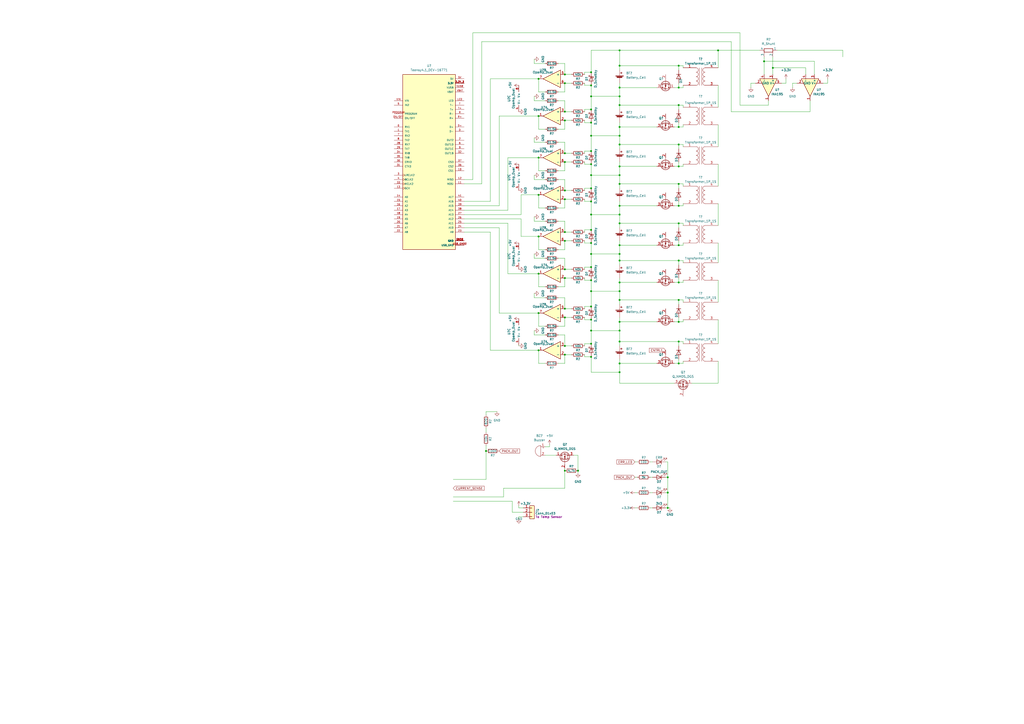
<source format=kicad_sch>
(kicad_sch (version 20211123) (generator eeschema)
  (paper "A2")
  (junction (at 335.28 273.05))
  (junction (at 393.7 173.99))
  (junction (at 359.41 106.68))
  (junction (at 327.66 184.15))
  (junction (at 342.9 207.01))
  (junction (at 393.7 96.52))
  (junction (at 327.66 88.9))
  (junction (at 327.66 156.21))
  (junction (at 393.7 119.38))
  (junction (at 342.9 78.74))
  (junction (at 327.66 134.62))
  (junction (at 342.9 191.77))
  (junction (at 312.42 113.03))
  (junction (at 359.41 96.52))
  (junction (at 281.94 261.62))
  (junction (at 359.41 29.21))
  (junction (at 359.41 124.46))
  (junction (at 342.9 185.42))
  (junction (at 327.66 205.74))
  (junction (at 393.7 142.24))
  (junction (at 359.41 38.1))
  (junction (at 342.9 87.63))
  (junction (at 359.41 55.88))
  (junction (at 342.9 199.39))
  (junction (at 387.35 285.75))
  (junction (at 312.42 45.72))
  (junction (at 448.31 39.37))
  (junction (at 387.35 294.64))
  (junction (at 359.41 50.8))
  (junction (at 312.42 158.75))
  (junction (at 393.7 73.66))
  (junction (at 342.9 124.46))
  (junction (at 312.42 203.2))
  (junction (at 393.7 210.82))
  (junction (at 393.7 129.54))
  (junction (at 359.41 198.12))
  (junction (at 342.9 55.88))
  (junction (at 393.7 186.69))
  (junction (at 359.41 83.82))
  (junction (at 443.23 35.56))
  (junction (at 342.9 49.53))
  (junction (at 393.7 38.1))
  (junction (at 359.41 163.83))
  (junction (at 393.7 60.96))
  (junction (at 327.66 43.18))
  (junction (at 359.41 129.54))
  (junction (at 327.66 93.98))
  (junction (at 342.9 41.91))
  (junction (at 359.41 191.77))
  (junction (at 327.66 161.29))
  (junction (at 359.41 78.74))
  (junction (at 359.41 73.66))
  (junction (at 327.66 115.57))
  (junction (at 359.41 186.69))
  (junction (at 393.7 151.13))
  (junction (at 312.42 91.44))
  (junction (at 342.9 168.91))
  (junction (at 359.41 215.9))
  (junction (at 416.56 29.21))
  (junction (at 342.9 101.6))
  (junction (at 342.9 63.5))
  (junction (at 312.42 137.16))
  (junction (at 359.41 60.96))
  (junction (at 327.66 64.77))
  (junction (at 393.7 83.82))
  (junction (at 359.41 168.91))
  (junction (at 342.9 109.22))
  (junction (at 359.41 173.99))
  (junction (at 359.41 101.6))
  (junction (at 327.66 200.66))
  (junction (at 342.9 71.12))
  (junction (at 342.9 177.8))
  (junction (at 393.7 198.12))
  (junction (at 359.41 142.24))
  (junction (at 393.7 50.8))
  (junction (at 312.42 181.61))
  (junction (at 393.7 106.68))
  (junction (at 327.66 179.07))
  (junction (at 359.41 210.82))
  (junction (at 342.9 140.97))
  (junction (at 342.9 95.25))
  (junction (at 387.35 276.86))
  (junction (at 342.9 162.56))
  (junction (at 359.41 151.13))
  (junction (at 342.9 116.84))
  (junction (at 327.66 110.49))
  (junction (at 342.9 147.32))
  (junction (at 393.7 163.83))
  (junction (at 312.42 67.31))
  (junction (at 342.9 154.94))
  (junction (at 342.9 133.35))
  (junction (at 359.41 119.38))
  (junction (at 327.66 139.7))
  (junction (at 327.66 48.26))
  (junction (at 359.41 147.32))
  (junction (at 327.66 69.85))
  (junction (at 327.66 273.05))
  (wire (pts (xy 342.9 140.97) (xy 342.9 147.32)))
  (wire (pts (xy 393.7 106.68) (xy 396.24 106.68)))
  (wire (pts (xy 393.7 198.12) (xy 396.24 198.12)))
  (wire (pts (xy 300.99 299.72) (xy 303.53 299.72)))
  (wire (pts (xy 472.44 35.56) (xy 443.23 35.56)))
  (wire (pts (xy 327.66 104.14) (xy 323.85 104.14)))
  (wire (pts (xy 312.42 210.82) (xy 312.42 203.2)))
  (wire (pts (xy 396.24 49.53) (xy 396.24 50.8)))
  (wire (pts (xy 327.66 194.31) (xy 323.85 194.31)))
  (wire (pts (xy 342.9 49.53) (xy 342.9 55.88)))
  (wire (pts (xy 391.16 96.52) (xy 393.7 96.52)))
  (wire (pts (xy 359.41 119.38) (xy 381 119.38)))
  (wire (pts (xy 393.7 60.96) (xy 396.24 60.96)))
  (wire (pts (xy 393.7 161.29) (xy 393.7 163.83)))
  (wire (pts (xy 309.88 125.73) (xy 309.88 128.27)))
  (wire (pts (xy 393.7 186.69) (xy 396.24 186.69)))
  (wire (pts (xy 316.23 189.23) (xy 312.42 189.23)))
  (wire (pts (xy 359.41 198.12) (xy 359.41 200.66)))
  (wire (pts (xy 302.26 137.16) (xy 302.26 127)))
  (wire (pts (xy 438.15 48.26) (xy 435.61 48.26)))
  (wire (pts (xy 339.09 199.39) (xy 342.9 199.39)))
  (wire (pts (xy 359.41 48.26) (xy 359.41 50.8)))
  (wire (pts (xy 327.66 82.55) (xy 323.85 82.55)))
  (wire (pts (xy 359.41 186.69) (xy 359.41 191.77)))
  (wire (pts (xy 368.3 276.86) (xy 369.57 276.86)))
  (wire (pts (xy 396.24 186.69) (xy 396.24 185.42)))
  (wire (pts (xy 284.48 203.2) (xy 312.42 203.2)))
  (wire (pts (xy 312.42 189.23) (xy 312.42 181.61)))
  (wire (pts (xy 342.9 78.74) (xy 359.41 78.74)))
  (wire (pts (xy 300.99 294.64) (xy 300.99 293.37)))
  (wire (pts (xy 416.56 140.97) (xy 416.56 152.4)))
  (wire (pts (xy 359.41 119.38) (xy 359.41 124.46)))
  (wire (pts (xy 302.26 137.16) (xy 312.42 137.16)))
  (wire (pts (xy 327.66 205.74) (xy 331.47 205.74)))
  (wire (pts (xy 339.09 93.98) (xy 339.09 95.25)))
  (wire (pts (xy 327.66 93.98) (xy 327.66 99.06)))
  (wire (pts (xy 359.41 55.88) (xy 359.41 60.96)))
  (wire (pts (xy 359.41 71.12) (xy 359.41 73.66)))
  (wire (pts (xy 281.94 250.825) (xy 281.94 248.285)))
  (wire (pts (xy 327.66 110.49) (xy 331.47 110.49)))
  (wire (pts (xy 327.66 161.29) (xy 327.66 166.37)))
  (wire (pts (xy 281.94 258.445) (xy 281.94 261.62)))
  (wire (pts (xy 393.7 151.13) (xy 393.7 153.67)))
  (wire (pts (xy 342.9 124.46) (xy 359.41 124.46)))
  (wire (pts (xy 359.41 106.68) (xy 393.7 106.68)))
  (wire (pts (xy 327.66 53.34) (xy 323.85 53.34)))
  (wire (pts (xy 339.09 154.94) (xy 342.9 154.94)))
  (wire (pts (xy 401.32 222.25) (xy 416.56 222.25)))
  (wire (pts (xy 435.61 48.26) (xy 435.61 50.8)))
  (wire (pts (xy 391.16 186.69) (xy 393.7 186.69)))
  (wire (pts (xy 359.41 151.13) (xy 393.7 151.13)))
  (wire (pts (xy 316.23 74.93) (xy 312.42 74.93)))
  (wire (pts (xy 469.9 64.77) (xy 424.18 64.77)))
  (wire (pts (xy 342.9 29.21) (xy 342.9 41.91)))
  (wire (pts (xy 339.09 207.01) (xy 342.9 207.01)))
  (wire (pts (xy 359.41 142.24) (xy 381 142.24)))
  (wire (pts (xy 386.08 294.64) (xy 387.35 294.64)))
  (wire (pts (xy 339.09 185.42) (xy 342.9 185.42)))
  (wire (pts (xy 339.09 139.7) (xy 339.09 140.97)))
  (wire (pts (xy 359.41 129.54) (xy 359.41 132.08)))
  (wire (pts (xy 279.4 106.68) (xy 269.24 106.68)))
  (wire (pts (xy 342.9 101.6) (xy 342.9 109.22)))
  (wire (pts (xy 342.9 191.77) (xy 359.41 191.77)))
  (wire (pts (xy 327.66 115.57) (xy 327.66 120.65)))
  (wire (pts (xy 309.88 128.27) (xy 316.23 128.27)))
  (wire (pts (xy 342.9 168.91) (xy 342.9 177.8)))
  (wire (pts (xy 274.32 19.05) (xy 274.32 104.14)))
  (wire (pts (xy 359.41 168.91) (xy 359.41 173.99)))
  (wire (pts (xy 359.41 147.32) (xy 359.41 151.13)))
  (wire (pts (xy 393.7 83.82) (xy 396.24 83.82)))
  (wire (pts (xy 396.24 60.96) (xy 396.24 62.23)))
  (wire (pts (xy 297.18 297.18) (xy 303.53 297.18)))
  (wire (pts (xy 393.7 71.12) (xy 393.7 73.66)))
  (wire (pts (xy 281.94 240.665) (xy 281.94 238.76)))
  (wire (pts (xy 359.41 210.82) (xy 359.41 215.9)))
  (wire (pts (xy 393.7 139.7) (xy 393.7 142.24)))
  (wire (pts (xy 393.7 208.28) (xy 393.7 210.82)))
  (wire (pts (xy 269.24 104.14) (xy 274.32 104.14)))
  (wire (pts (xy 309.88 34.29) (xy 309.88 36.83)))
  (wire (pts (xy 359.41 198.12) (xy 393.7 198.12)))
  (wire (pts (xy 469.9 58.42) (xy 469.9 64.77)))
  (wire (pts (xy 393.7 50.8) (xy 396.24 50.8)))
  (wire (pts (xy 302.26 113.03) (xy 302.26 124.46)))
  (wire (pts (xy 359.41 60.96) (xy 359.41 63.5)))
  (wire (pts (xy 309.88 104.14) (xy 316.23 104.14)))
  (wire (pts (xy 416.56 49.53) (xy 416.56 62.23)))
  (wire (pts (xy 327.66 156.21) (xy 331.47 156.21)))
  (wire (pts (xy 448.31 39.37) (xy 448.31 43.18)))
  (wire (pts (xy 327.66 179.07) (xy 331.47 179.07)))
  (wire (pts (xy 327.66 144.78) (xy 323.85 144.78)))
  (wire (pts (xy 368.3 267.97) (xy 369.57 267.97)))
  (wire (pts (xy 359.41 78.74) (xy 359.41 83.82)))
  (wire (pts (xy 327.66 36.83) (xy 323.85 36.83)))
  (wire (pts (xy 393.7 142.24) (xy 396.24 142.24)))
  (wire (pts (xy 342.9 162.56) (xy 342.9 168.91)))
  (wire (pts (xy 396.24 198.12) (xy 396.24 199.39)))
  (wire (pts (xy 297.18 290.83) (xy 297.18 297.18)))
  (wire (pts (xy 342.9 95.25) (xy 342.9 101.6)))
  (wire (pts (xy 339.09 134.62) (xy 339.09 133.35)))
  (wire (pts (xy 339.09 64.77) (xy 339.09 63.5)))
  (wire (pts (xy 327.66 64.77) (xy 331.47 64.77)))
  (wire (pts (xy 396.24 151.13) (xy 396.24 152.4)))
  (wire (pts (xy 391.16 222.25) (xy 359.41 222.25)))
  (wire (pts (xy 294.64 158.75) (xy 312.42 158.75)))
  (wire (pts (xy 416.56 72.39) (xy 416.56 85.09)))
  (wire (pts (xy 396.24 118.11) (xy 396.24 119.38)))
  (wire (pts (xy 262.89 278.13) (xy 281.94 278.13)))
  (wire (pts (xy 327.66 189.23) (xy 323.85 189.23)))
  (wire (pts (xy 393.7 73.66) (xy 396.24 73.66)))
  (wire (pts (xy 377.19 276.86) (xy 378.46 276.86)))
  (wire (pts (xy 416.56 29.21) (xy 416.56 39.37)))
  (wire (pts (xy 387.35 276.86) (xy 387.35 267.97)))
  (wire (pts (xy 342.9 168.91) (xy 359.41 168.91)))
  (wire (pts (xy 359.41 151.13) (xy 359.41 153.67)))
  (wire (pts (xy 309.88 55.88) (xy 309.88 58.42)))
  (wire (pts (xy 359.41 83.82) (xy 393.7 83.82)))
  (wire (pts (xy 359.41 173.99) (xy 359.41 176.53)))
  (wire (pts (xy 339.09 162.56) (xy 342.9 162.56)))
  (wire (pts (xy 294.64 129.54) (xy 269.24 129.54)))
  (wire (pts (xy 359.41 163.83) (xy 381 163.83)))
  (wire (pts (xy 339.09 177.8) (xy 342.9 177.8)))
  (wire (pts (xy 339.09 41.91) (xy 342.9 41.91)))
  (wire (pts (xy 445.77 58.42) (xy 445.77 60.96)))
  (wire (pts (xy 289.56 181.61) (xy 312.42 181.61)))
  (wire (pts (xy 467.36 39.37) (xy 448.31 39.37)))
  (wire (pts (xy 455.93 45.72) (xy 455.93 48.26)))
  (wire (pts (xy 416.56 118.11) (xy 416.56 130.81)))
  (wire (pts (xy 443.23 35.56) (xy 443.23 43.18)))
  (wire (pts (xy 327.66 283.21) (xy 292.1 283.21)))
  (wire (pts (xy 327.66 184.15) (xy 331.47 184.15)))
  (wire (pts (xy 359.41 73.66) (xy 381 73.66)))
  (wire (pts (xy 281.94 261.62) (xy 281.94 278.13)))
  (wire (pts (xy 391.16 73.66) (xy 393.7 73.66)))
  (wire (pts (xy 416.56 162.56) (xy 416.56 175.26)))
  (wire (pts (xy 359.41 210.82) (xy 381 210.82)))
  (wire (pts (xy 309.88 82.55) (xy 316.23 82.55)))
  (wire (pts (xy 393.7 173.99) (xy 393.7 176.53)))
  (wire (pts (xy 327.66 128.27) (xy 327.66 134.62)))
  (wire (pts (xy 377.19 294.64) (xy 378.46 294.64)))
  (wire (pts (xy 316.23 53.34) (xy 312.42 53.34)))
  (wire (pts (xy 342.9 215.9) (xy 359.41 215.9)))
  (wire (pts (xy 284.48 45.72) (xy 312.42 45.72)))
  (wire (pts (xy 359.41 50.8) (xy 381 50.8)))
  (wire (pts (xy 309.88 194.31) (xy 316.23 194.31)))
  (wire (pts (xy 342.9 207.01) (xy 342.9 215.9)))
  (wire (pts (xy 284.48 45.72) (xy 284.48 116.84)))
  (wire (pts (xy 359.41 60.96) (xy 393.7 60.96)))
  (wire (pts (xy 339.09 69.85) (xy 339.09 71.12)))
  (wire (pts (xy 359.41 38.1) (xy 393.7 38.1)))
  (wire (pts (xy 294.64 121.92) (xy 269.24 121.92)))
  (wire (pts (xy 416.56 185.42) (xy 416.56 199.39)))
  (wire (pts (xy 303.53 294.64) (xy 300.99 294.64)))
  (wire (pts (xy 327.66 58.42) (xy 327.66 64.77)))
  (wire (pts (xy 448.31 33.02) (xy 448.31 39.37)))
  (wire (pts (xy 393.7 48.26) (xy 393.7 50.8)))
  (wire (pts (xy 339.09 88.9) (xy 339.09 87.63)))
  (wire (pts (xy 342.9 147.32) (xy 342.9 154.94)))
  (wire (pts (xy 359.41 139.7) (xy 359.41 142.24)))
  (wire (pts (xy 359.41 29.21) (xy 416.56 29.21)))
  (wire (pts (xy 359.41 129.54) (xy 393.7 129.54)))
  (wire (pts (xy 359.41 96.52) (xy 359.41 101.6)))
  (wire (pts (xy 327.66 128.27) (xy 323.85 128.27)))
  (wire (pts (xy 294.64 91.44) (xy 294.64 121.92)))
  (wire (pts (xy 391.16 163.83) (xy 393.7 163.83)))
  (wire (pts (xy 377.19 285.75) (xy 378.46 285.75)))
  (wire (pts (xy 396.24 209.55) (xy 396.24 210.82)))
  (wire (pts (xy 342.9 191.77) (xy 342.9 199.39)))
  (wire (pts (xy 391.16 210.82) (xy 393.7 210.82)))
  (wire (pts (xy 332.74 264.16) (xy 335.28 264.16)))
  (wire (pts (xy 377.19 267.97) (xy 378.46 267.97)))
  (wire (pts (xy 393.7 184.15) (xy 393.7 186.69)))
  (wire (pts (xy 327.66 273.05) (xy 327.66 283.21)))
  (wire (pts (xy 327.66 172.72) (xy 323.85 172.72)))
  (wire (pts (xy 327.66 184.15) (xy 327.66 189.23)))
  (wire (pts (xy 445.77 60.96) (xy 429.26 60.96)))
  (wire (pts (xy 309.88 147.32) (xy 309.88 149.86)))
  (wire (pts (xy 359.41 210.82) (xy 359.41 208.28)))
  (wire (pts (xy 316.23 120.65) (xy 312.42 120.65)))
  (wire (pts (xy 393.7 96.52) (xy 396.24 96.52)))
  (wire (pts (xy 391.16 142.24) (xy 393.7 142.24)))
  (wire (pts (xy 309.88 80.01) (xy 309.88 82.55)))
  (wire (pts (xy 359.41 96.52) (xy 381 96.52)))
  (wire (pts (xy 393.7 38.1) (xy 396.24 38.1)))
  (wire (pts (xy 327.66 115.57) (xy 331.47 115.57)))
  (wire (pts (xy 339.09 115.57) (xy 339.09 116.84)))
  (wire (pts (xy 294.64 158.75) (xy 294.64 129.54)))
  (wire (pts (xy 327.66 58.42) (xy 323.85 58.42)))
  (wire (pts (xy 316.23 259.08) (xy 318.77 259.08)))
  (wire (pts (xy 342.9 78.74) (xy 342.9 87.63)))
  (wire (pts (xy 472.44 43.18) (xy 472.44 35.56)))
  (wire (pts (xy 424.18 24.13) (xy 279.4 24.13)))
  (wire (pts (xy 393.7 129.54) (xy 396.24 129.54)))
  (wire (pts (xy 327.66 205.74) (xy 327.66 210.82)))
  (wire (pts (xy 368.3 294.64) (xy 369.57 294.64)))
  (wire (pts (xy 359.41 106.68) (xy 359.41 109.22)))
  (wire (pts (xy 327.66 139.7) (xy 327.66 144.78)))
  (wire (pts (xy 327.66 200.66) (xy 331.47 200.66)))
  (wire (pts (xy 339.09 116.84) (xy 342.9 116.84)))
  (wire (pts (xy 339.09 110.49) (xy 339.09 109.22)))
  (wire (pts (xy 359.41 50.8) (xy 359.41 55.88)))
  (wire (pts (xy 281.94 238.76) (xy 288.29 238.76)))
  (wire (pts (xy 450.85 29.21) (xy 488.95 29.21)))
  (wire (pts (xy 396.24 162.56) (xy 396.24 163.83)))
  (wire (pts (xy 289.56 181.61) (xy 289.56 132.08)))
  (wire (pts (xy 327.66 194.31) (xy 327.66 200.66)))
  (wire (pts (xy 480.06 45.72) (xy 480.06 48.26)))
  (wire (pts (xy 309.88 58.42) (xy 316.23 58.42)))
  (wire (pts (xy 393.7 163.83) (xy 396.24 163.83)))
  (wire (pts (xy 327.66 104.14) (xy 327.66 110.49)))
  (wire (pts (xy 393.7 210.82) (xy 396.24 210.82)))
  (wire (pts (xy 393.7 60.96) (xy 393.7 63.5)))
  (wire (pts (xy 359.41 93.98) (xy 359.41 96.52)))
  (wire (pts (xy 327.66 149.86) (xy 327.66 156.21)))
  (wire (pts (xy 327.66 210.82) (xy 323.85 210.82)))
  (wire (pts (xy 416.56 95.25) (xy 416.56 107.95)))
  (wire (pts (xy 312.42 99.06) (xy 312.42 91.44)))
  (wire (pts (xy 359.41 29.21) (xy 359.41 38.1)))
  (wire (pts (xy 339.09 95.25) (xy 342.9 95.25)))
  (wire (pts (xy 312.42 166.37) (xy 312.42 158.75)))
  (wire (pts (xy 342.9 29.21) (xy 359.41 29.21)))
  (wire (pts (xy 316.23 144.78) (xy 312.42 144.78)))
  (wire (pts (xy 327.66 48.26) (xy 327.66 53.34)))
  (wire (pts (xy 327.66 166.37) (xy 323.85 166.37)))
  (wire (pts (xy 309.88 101.6) (xy 309.88 104.14)))
  (wire (pts (xy 339.09 205.74) (xy 339.09 207.01)))
  (wire (pts (xy 342.9 116.84) (xy 342.9 124.46)))
  (wire (pts (xy 339.09 179.07) (xy 339.09 177.8)))
  (wire (pts (xy 300.99 200.025) (xy 300.99 200.66)))
  (wire (pts (xy 386.08 267.97) (xy 387.35 267.97)))
  (wire (pts (xy 309.88 191.77) (xy 309.88 194.31)))
  (wire (pts (xy 327.66 48.26) (xy 331.47 48.26)))
  (wire (pts (xy 467.36 43.18) (xy 467.36 39.37)))
  (wire (pts (xy 339.09 63.5) (xy 342.9 63.5)))
  (wire (pts (xy 342.9 101.6) (xy 359.41 101.6)))
  (wire (pts (xy 393.7 106.68) (xy 393.7 109.22)))
  (wire (pts (xy 327.66 43.18) (xy 331.47 43.18)))
  (wire (pts (xy 396.24 83.82) (xy 396.24 85.09)))
  (wire (pts (xy 335.28 273.05) (xy 335.28 274.32)))
  (wire (pts (xy 289.56 67.31) (xy 312.42 67.31)))
  (wire (pts (xy 316.23 166.37) (xy 312.42 166.37)))
  (wire (pts (xy 327.66 99.06) (xy 323.85 99.06)))
  (wire (pts (xy 339.09 161.29) (xy 339.09 162.56)))
  (wire (pts (xy 302.26 127) (xy 269.24 127)))
  (wire (pts (xy 335.28 264.16) (xy 335.28 273.05)))
  (wire (pts (xy 359.41 142.24) (xy 359.41 147.32)))
  (wire (pts (xy 316.23 99.06) (xy 312.42 99.06)))
  (wire (pts (xy 327.66 82.55) (xy 327.66 88.9)))
  (wire (pts (xy 359.41 116.84) (xy 359.41 119.38)))
  (wire (pts (xy 302.26 124.46) (xy 269.24 124.46)))
  (wire (pts (xy 368.3 285.75) (xy 369.57 285.75)))
  (wire (pts (xy 342.9 71.12) (xy 342.9 78.74)))
  (wire (pts (xy 386.08 285.75) (xy 387.35 285.75)))
  (wire (pts (xy 289.56 132.08) (xy 269.24 132.08)))
  (wire (pts (xy 292.1 283.21) (xy 292.1 288.29)))
  (wire (pts (xy 387.35 294.64) (xy 387.35 285.75)))
  (wire (pts (xy 302.26 113.03) (xy 312.42 113.03)))
  (wire (pts (xy 339.09 49.53) (xy 342.9 49.53)))
  (wire (pts (xy 386.08 276.86) (xy 387.35 276.86)))
  (wire (pts (xy 396.24 142.24) (xy 396.24 140.97)))
  (wire (pts (xy 309.88 172.72) (xy 316.23 172.72)))
  (wire (pts (xy 359.41 186.69) (xy 381 186.69)))
  (wire (pts (xy 309.88 36.83) (xy 316.23 36.83)))
  (wire (pts (xy 339.09 43.18) (xy 339.09 41.91)))
  (wire (pts (xy 327.66 139.7) (xy 331.47 139.7)))
  (wire (pts (xy 359.41 124.46) (xy 359.41 129.54)))
  (wire (pts (xy 312.42 120.65) (xy 312.42 113.03)))
  (wire (pts (xy 393.7 119.38) (xy 396.24 119.38)))
  (wire (pts (xy 262.89 290.83) (xy 297.18 290.83)))
  (wire (pts (xy 393.7 198.12) (xy 393.7 200.66)))
  (wire (pts (xy 327.66 69.85) (xy 331.47 69.85)))
  (wire (pts (xy 327.66 172.72) (xy 327.66 179.07)))
  (wire (pts (xy 359.41 191.77) (xy 359.41 198.12)))
  (wire (pts (xy 480.06 48.26) (xy 477.52 48.26)))
  (wire (pts (xy 316.23 264.16) (xy 322.58 264.16)))
  (wire (pts (xy 339.09 140.97) (xy 342.9 140.97)))
  (wire (pts (xy 393.7 116.84) (xy 393.7 119.38)))
  (wire (pts (xy 387.35 294.64) (xy 388.62 294.64)))
  (wire (pts (xy 327.66 88.9) (xy 331.47 88.9)))
  (wire (pts (xy 327.66 36.83) (xy 327.66 43.18)))
  (wire (pts (xy 289.56 67.31) (xy 289.56 119.38)))
  (wire (pts (xy 327.66 93.98) (xy 331.47 93.98)))
  (wire (pts (xy 393.7 151.13) (xy 396.24 151.13)))
  (wire (pts (xy 316.23 210.82) (xy 312.42 210.82)))
  (wire (pts (xy 327.66 271.78) (xy 327.66 273.05)))
  (wire (pts (xy 429.26 19.05) (xy 274.32 19.05)))
  (wire (pts (xy 339.09 48.26) (xy 339.09 49.53)))
  (wire (pts (xy 393.7 173.99) (xy 396.24 173.99)))
  (wire (pts (xy 327.66 134.62) (xy 331.47 134.62)))
  (wire (pts (xy 279.4 24.13) (xy 279.4 106.68)))
  (wire (pts (xy 342.9 124.46) (xy 342.9 133.35)))
  (wire (pts (xy 294.64 91.44) (xy 312.42 91.44)))
  (wire (pts (xy 309.88 149.86) (xy 316.23 149.86)))
  (wire (pts (xy 339.09 71.12) (xy 342.9 71.12)))
  (wire (pts (xy 396.24 173.99) (xy 396.24 175.26)))
  (wire (pts (xy 339.09 133.35) (xy 342.9 133.35)))
  (wire (pts (xy 443.23 33.02) (xy 443.23 35.56)))
  (wire (pts (xy 289.56 119.38) (xy 269.24 119.38)))
  (wire (pts (xy 359.41 161.29) (xy 359.41 163.83)))
  (wire (pts (xy 393.7 38.1) (xy 393.7 40.64)))
  (wire (pts (xy 396.24 96.52) (xy 396.24 95.25)))
  (wire (pts (xy 312.42 53.34) (xy 312.42 45.72)))
  (wire (pts (xy 359.41 215.9) (xy 359.41 222.25)))
  (wire (pts (xy 424.18 64.77) (xy 424.18 24.13)))
  (wire (pts (xy 342.9 55.88) (xy 342.9 63.5)))
  (wire (pts (xy 312.42 144.78) (xy 312.42 137.16)))
  (wire (pts (xy 359.41 163.83) (xy 359.41 168.91)))
  (wire (pts (xy 300.99 300.99) (xy 300.99 299.72)))
  (wire (pts (xy 359.41 101.6) (xy 359.41 106.68)))
  (wire (pts (xy 391.16 119.38) (xy 393.7 119.38)))
  (wire (pts (xy 327.66 74.93) (xy 323.85 74.93)))
  (wire (pts (xy 396.24 129.54) (xy 396.24 130.81)))
  (wire (pts (xy 416.56 222.25) (xy 416.56 209.55)))
  (wire (pts (xy 342.9 147.32) (xy 359.41 147.32)))
  (wire (pts (xy 393.7 83.82) (xy 393.7 86.36)))
  (wire (pts (xy 396.24 72.39) (xy 396.24 73.66)))
  (wire (pts (xy 262.89 288.29) (xy 292.1 288.29)))
  (wire (pts (xy 327.66 161.29) (xy 331.47 161.29)))
  (wire (pts (xy 339.09 109.22) (xy 342.9 109.22)))
  (wire (pts (xy 416.56 29.21) (xy 440.69 29.21)))
  (wire (pts (xy 488.95 29.21) (xy 488.95 33.02)))
  (wire (pts (xy 339.09 200.66) (xy 339.09 199.39)))
  (wire (pts (xy 284.48 134.62) (xy 269.24 134.62)))
  (wire (pts (xy 391.16 50.8) (xy 393.7 50.8)))
  (wire (pts (xy 459.74 48.26) (xy 459.74 50.8)))
  (wire (pts (xy 393.7 129.54) (xy 393.7 132.08)))
  (wire (pts (xy 462.28 48.26) (xy 459.74 48.26)))
  (wire (pts (xy 327.66 120.65) (xy 323.85 120.65)))
  (wire (pts (xy 339.09 184.15) (xy 339.09 185.42)))
  (wire (pts (xy 359.41 184.15) (xy 359.41 186.69)))
  (wire (pts (xy 342.9 55.88) (xy 359.41 55.88)))
  (wire (pts (xy 339.09 156.21) (xy 339.09 154.94)))
  (wire (pts (xy 284.48 116.84) (xy 269.24 116.84)))
  (wire (pts (xy 359.41 173.99) (xy 393.7 173.99)))
  (wire (pts (xy 396.24 106.68) (xy 396.24 107.95)))
  (wire (pts (xy 359.41 83.82) (xy 359.41 86.36)))
  (wire (pts (xy 309.88 170.18) (xy 309.88 172.72)))
  (wire (pts (xy 393.7 93.98) (xy 393.7 96.52)))
  (wire (pts (xy 339.09 87.63) (xy 342.9 87.63)))
  (wire (pts (xy 318.77 259.08) (xy 318.77 257.81)))
  (wire (pts (xy 429.26 60.96) (xy 429.26 19.05)))
  (wire (pts (xy 312.42 74.93) (xy 312.42 67.31)))
  (wire (pts (xy 327.66 149.86) (xy 323.85 149.86)))
  (wire (pts (xy 342.9 185.42) (xy 342.9 191.77)))
  (wire (pts (xy 284.48 203.2) (xy 284.48 134.62)))
  (wire (pts (xy 396.24 38.1) (xy 396.24 39.37)))
  (wire (pts (xy 387.35 285.75) (xy 387.35 276.86)))
  (wire (pts (xy 359.41 38.1) (xy 359.41 40.64)))
  (wire (pts (xy 327.66 69.85) (xy 327.66 74.93)))
  (wire (pts (xy 359.41 73.66) (xy 359.41 78.74)))
  (wire (pts (xy 455.93 48.26) (xy 453.39 48.26)))
  (global_label "PACK_OUT" (shape input) (at 368.3 276.86 180) (property "Intersheet References" "${INTERSHEET_REFS}" (effects hide)))
  (global_label "ERR_LED" (shape input) (at 368.3 267.97 180) (property "Intersheet References" "${INTERSHEET_REFS}" (effects hide)))
  (global_label "PACK_OUT" (shape input) (at 289.56 261.62 0) (property "Intersheet References" "${INTERSHEET_REFS}" (effects hide)))
  (global_label "CNTRL1" (shape input) (at 386.08 203.2 180) (property "Intersheet References" "${INTERSHEET_REFS}" (effects hide)))
  (global_label "CURRENT_SENSE" (shape input) (at 262.89 283.21 0) (property "Intersheet References" "${INTERSHEET_REFS}" (effects hide)))
  (symbol (lib_id "power:GND") (at 335.28 274.32 0) (unit 1)
    (property "Reference" "#PWR?" (effects hide))
    (property "Value" "GND" (at 335.28 279.4 0))
  )
  (symbol (lib_id "power:GND") (at 388.62 294.64 0) (mirror y) (unit 1)
    (property "Reference" "#PWR?" (effects hide))
    (property "Value" "GND" (at 388.62 298.45 0))
  )
  (symbol (lib_id "Device:LED") (at 382.27 267.97 180) (unit 1)
    (property "Reference" "D?" (at 382.27 270.51 0))
    (property "Value" "ERR" (at 382.27 265.43 0))
    (property "Footprint" "LED_SMD:LED_0603_1608Metric_Pad1.05x0.95mm_HandSolder" (effects hide))
  )
  (symbol (lib_id "power:GND") (at 309.88 55.88 90) (mirror x) (unit 1)
    (property "Reference" "#PWR?" (effects hide))
    (property "Value" "GND" (at 314.96 55.88 0))
  )
  (symbol (lib_id "Device:R") (at 373.38 267.97 270) (mirror x) (unit 1)
    (property "Reference" "R?" (at 373.38 265.43 90))
    (property "Value" "100" (at 373.38 267.97 90))
    (property "Footprint" "Resistor_SMD:R_0603_1608Metric_Pad0.98x0.95mm_HandSolder" (effects hide))
  )
  (symbol (lib_id "Device:R") (at 335.28 93.98 270) (mirror x) (unit 1)
    (property "Reference" "R?" (at 335.28 96.52 90))
    (property "Value" "40k" (at 335.28 93.98 90))
    (property "Footprint" "Resistor_SMD:R_0603_1608Metric_Pad0.98x0.95mm_HandSolder" (effects hide))
  )
  (symbol (lib_id "Connector_Generic:Conn_01x03") (at 308.61 297.18 0) (unit 1)
    (property "Reference" "J?" (at 310.515 296.0369 0) (effects (justify left)))
    (property "Value" "Conn_01x03" (at 310.515 297.815 0) (effects (justify left)))
    (property "Footprint" "MRDT_Connectors:MOLEX_SL_03_Vertical" (effects hide))
    (property "Description" "To Temp Sensor" (at 318.389 299.847 0))
  )
  (symbol (lib_id "Device:Battery_Cell") (at 359.41 181.61 0) (unit 1)
    (property "Reference" "BT?" (at 363.22 178.3079 0) (effects (justify left)))
    (property "Value" "Battery_Cell" (at 363.22 180.8479 0) (effects (justify left)))
  )
  (symbol (lib_id "Device:R") (at 335.28 43.18 270) (mirror x) (unit 1)
    (property "Reference" "R?" (at 335.28 45.72 90))
    (property "Value" "40k" (at 335.28 43.18 90))
    (property "Footprint" "Resistor_SMD:R_0603_1608Metric_Pad0.98x0.95mm_HandSolder" (effects hide))
  )
  (symbol (lib_id "Device:D_Schottky") (at 342.9 181.61 90) (mirror x) (unit 1)
    (property "Reference" "D?" (at 340.36 181.61 0))
    (property "Value" "D_Schottky" (at 345.44 181.61 0))
    (property "Footprint" "Diode_SMD:D_0603_1608Metric_Pad1.05x0.95mm_HandSolder" (effects hide))
  )
  (symbol (lib_id "Device:R") (at 335.28 64.77 270) (mirror x) (unit 1)
    (property "Reference" "R?" (at 335.28 67.31 90))
    (property "Value" "40k" (at 335.28 64.77 90))
    (property "Footprint" "Resistor_SMD:R_0603_1608Metric_Pad0.98x0.95mm_HandSolder" (effects hide))
  )
  (symbol (lib_id "Device:Transformer_1P_1S") (at 406.4 44.45 0) (unit 1)
    (property "Reference" "T?" (at 406.4127 34.29 0))
    (property "Value" "Transformer_1P_1S" (at 406.4127 36.83 0))
  )
  (symbol (lib_id "Device:R") (at 320.04 99.06 270) (mirror x) (unit 1)
    (property "Reference" "R?" (at 320.04 101.6 90))
    (property "Value" "31.5k" (at 320.04 99.06 90))
    (property "Footprint" "Resistor_SMD:R_0603_1608Metric_Pad0.98x0.95mm_HandSolder" (effects hide))
  )
  (symbol (lib_id "Device:R") (at 320.04 166.37 270) (mirror x) (unit 1)
    (property "Reference" "R?" (at 320.04 168.91 90))
    (property "Value" "31.5k" (at 320.04 166.37 90))
    (property "Footprint" "Resistor_SMD:R_0603_1608Metric_Pad0.98x0.95mm_HandSolder" (effects hide))
  )
  (symbol (lib_id "Device:D_Schottky") (at 342.9 158.75 90) (mirror x) (unit 1)
    (property "Reference" "D?" (at 340.36 158.75 0))
    (property "Value" "D_Schottky" (at 345.44 158.75 0))
    (property "Footprint" "Diode_SMD:D_0603_1608Metric_Pad1.05x0.95mm_HandSolder" (effects hide))
  )
  (symbol (lib_id "Device:Q_NMOS_DGS") (at 396.24 224.79 270) (mirror x) (unit 1)
    (property "Reference" "Q?" (at 396.24 215.9 90))
    (property "Value" "Q_NMOS_DGS" (at 396.24 218.44 90))
  )
  (symbol (lib_id "Device:Opamp_Dual") (at 298.45 192.405 0) (mirror y) (unit 3)
    (property "Reference" "U?" (at 295.275 192.405 90))
    (property "Value" "Opamp_Dual" (at 297.815 192.405 90))
  )
  (symbol (lib_id "Device:Opamp_Dual") (at 320.04 67.31 0) (mirror y) (unit 1)
    (property "Reference" "U?" (at 317.5 62.23 0) (effects (justify left)))
    (property "Value" "Opamp_Dual" (at 321.31 63.5 0) (effects (justify left)))
    (property "Footprint" "Package_SO:SO-8_3.9x4.9mm_P1.27mm" (effects hide))
  )
  (symbol (lib_id "Device:R") (at 335.28 48.26 270) (mirror x) (unit 1)
    (property "Reference" "R?" (at 335.28 50.8 90))
    (property "Value" "40k" (at 335.28 48.26 90))
    (property "Footprint" "Resistor_SMD:R_0603_1608Metric_Pad0.98x0.95mm_HandSolder" (effects hide))
  )
  (symbol (lib_id "Device:R") (at 320.04 36.83 270) (mirror x) (unit 1)
    (property "Reference" "R?" (at 320.04 39.37 90))
    (property "Value" "31.5k" (at 320.04 36.83 90))
    (property "Footprint" "Resistor_SMD:R_0603_1608Metric_Pad0.98x0.95mm_HandSolder" (effects hide))
  )
  (symbol (lib_id "Device:R") (at 320.04 172.72 270) (mirror x) (unit 1)
    (property "Reference" "R?" (at 320.04 175.26 90))
    (property "Value" "31.5k" (at 320.04 172.72 90))
    (property "Footprint" "Resistor_SMD:R_0603_1608Metric_Pad0.98x0.95mm_HandSolder" (effects hide))
  )
  (symbol (lib_id "Device:Q_PMOS_DGS") (at 386.08 116.84 270) (unit 1)
    (property "Reference" "Q?" (at 383.54 114.3 90))
    (property "Value" "Q_PMOS_DGS" (effects hide))
    (property "Datasheet" "https://media.digikey.com/pdf/Data%20Sheets/NextGen%20Components%20PDFs/SOT23BSS84S0PD.pdf" (effects hide))
  )
  (symbol (lib_id "Device:D") (at 393.7 204.47 270) (unit 1)
    (property "Reference" "D?" (at 392.43 207.01 0))
    (property "Value" "D" (effects hide))
  )
  (symbol (lib_id "Device:Opamp_Dual") (at 320.04 113.03 0) (mirror y) (unit 1)
    (property "Reference" "U?" (at 317.5 107.95 0) (effects (justify left)))
    (property "Value" "Opamp_Dual" (at 321.31 109.22 0) (effects (justify left)))
    (property "Footprint" "Package_SO:SO-8_3.9x4.9mm_P1.27mm" (effects hide))
  )
  (symbol (lib_id "Device:R") (at 335.28 115.57 270) (mirror x) (unit 1)
    (property "Reference" "R?" (at 335.28 118.11 90))
    (property "Value" "40k" (at 335.28 115.57 90))
    (property "Footprint" "Resistor_SMD:R_0603_1608Metric_Pad0.98x0.95mm_HandSolder" (effects hide))
  )
  (symbol (lib_id "Device:D_Schottky") (at 342.9 67.31 90) (mirror x) (unit 1)
    (property "Reference" "D?" (at 340.36 67.31 0))
    (property "Value" "D_Schottky" (at 345.44 67.31 0))
    (property "Footprint" "Diode_SMD:D_0603_1608Metric_Pad1.05x0.95mm_HandSolder" (effects hide))
  )
  (symbol (lib_id "Device:Battery_Cell") (at 359.41 137.16 0) (unit 1)
    (property "Reference" "BT?" (at 363.22 133.8579 0) (effects (justify left)))
    (property "Value" "Battery_Cell" (at 363.22 136.3979 0) (effects (justify left)))
  )
  (symbol (lib_id "power:GND") (at 300.99 156.21 90) (mirror x) (unit 1)
    (property "Reference" "#PWR?" (effects hide))
    (property "Value" "GND" (at 304.8 156.21 0))
  )
  (symbol (lib_id "Device:R") (at 320.04 189.23 270) (mirror x) (unit 1)
    (property "Reference" "R?" (at 320.04 191.77 90))
    (property "Value" "31.5k" (at 320.04 189.23 90))
    (property "Footprint" "Resistor_SMD:R_0603_1608Metric_Pad0.98x0.95mm_HandSolder" (effects hide))
  )
  (symbol (lib_id "Device:Opamp_Dual") (at 320.04 45.72 0) (mirror y) (unit 2)
    (property "Reference" "U?" (at 314.96 40.64 0))
    (property "Value" "Opamp_Dual" (at 314.96 41.91 0))
    (property "Footprint" "Package_SO:SO-8_3.9x4.9mm_P1.27mm" (effects hide))
  )
  (symbol (lib_id "Device:Buzzer") (at 313.69 261.62 0) (mirror y) (unit 1)
    (property "Reference" "BZ?" (at 312.928 252.73 0))
    (property "Value" "Buzzer" (at 312.928 255.27 0))
    (property "Footprint" "MRDT_Devices:BUZZER_SMI_1324_TW_5V_2_R" (effects hide))
  )
  (symbol (lib_id "Device:R") (at 335.28 179.07 270) (mirror x) (unit 1)
    (property "Reference" "R?" (at 335.28 181.61 90))
    (property "Value" "40k" (at 335.28 179.07 90))
    (property "Footprint" "Resistor_SMD:R_0603_1608Metric_Pad0.98x0.95mm_HandSolder" (effects hide))
  )
  (symbol (lib_id "Device:D_Schottky") (at 342.9 203.2 90) (mirror x) (unit 1)
    (property "Reference" "D?" (at 340.36 203.2 0))
    (property "Value" "D_Schottky" (at 345.44 203.2 0))
    (property "Footprint" "Diode_SMD:D_0603_1608Metric_Pad1.05x0.95mm_HandSolder" (effects hide))
  )
  (symbol (lib_id "power:+3.3V") (at 368.3 294.64 90) (unit 1)
    (property "Reference" "#PWR?" (effects hide))
    (property "Value" "+3.3V" (at 363.22 294.64 90))
  )
  (symbol (lib_id "power:+3.3V") (at 480.06 45.72 0) (unit 1)
    (property "Reference" "#PWR?" (effects hide))
    (property "Value" "+3.3V" (at 480.06 40.64 0))
  )
  (symbol (lib_id "Amplifier_Current:INA195") (at 445.77 50.8 270) (unit 1)
    (property "Reference" "U?" (at 450.85 52.07 90))
    (property "Value" "INA195" (at 450.85 54.61 90))
    (property "Footprint" "Package_TO_SOT_SMD:SOT-23-6" (effects hide))
    (property "Datasheet" "http://www.ti.com/lit/ds/symlink/ina193.pdf" (effects hide))
  )
  (symbol (lib_id "power:GND") (at 288.29 238.76 0) (unit 1)
    (property "Reference" "#PWR?" (effects hide))
    (property "Value" "GND" (at 288.29 243.84 0))
  )
  (symbol (lib_id "power:+3.3V") (at 455.93 45.72 0) (unit 1)
    (property "Reference" "#PWR?" (effects hide))
    (property "Value" "+3.3V" (at 455.93 40.64 0))
  )
  (symbol (lib_id "Device:R") (at 335.28 205.74 270) (mirror x) (unit 1)
    (property "Reference" "R?" (at 335.28 208.28 90))
    (property "Value" "40k" (at 335.28 205.74 90))
    (property "Footprint" "Resistor_SMD:R_0603_1608Metric_Pad0.98x0.95mm_HandSolder" (effects hide))
  )
  (symbol (lib_id "Device:Battery_Cell") (at 359.41 158.75 0) (unit 1)
    (property "Reference" "BT?" (at 363.22 155.4479 0) (effects (justify left)))
    (property "Value" "Battery_Cell" (at 363.22 157.9879 0) (effects (justify left)))
  )
  (symbol (lib_id "Device:Transformer_1P_1S") (at 406.4 157.48 0) (unit 1)
    (property "Reference" "T?" (at 406.4127 147.32 0))
    (property "Value" "Transformer_1P_1S" (at 406.4127 149.86 0))
  )
  (symbol (lib_id "Device:R") (at 320.04 82.55 270) (mirror x) (unit 1)
    (property "Reference" "R?" (at 320.04 85.09 90))
    (property "Value" "31.5k" (at 320.04 82.55 90))
    (property "Footprint" "Resistor_SMD:R_0603_1608Metric_Pad0.98x0.95mm_HandSolder" (effects hide))
  )
  (symbol (lib_id "power:GND") (at 309.88 147.32 90) (mirror x) (unit 1)
    (property "Reference" "#PWR?" (effects hide))
    (property "Value" "GND" (at 314.96 147.32 0))
  )
  (symbol (lib_id "power:GND") (at 300.99 300.99 0) (unit 1)
    (property "Reference" "#PWR?" (effects hide))
    (property "Value" "GND" (at 300.99 300.99 0))
  )
  (symbol (lib_id "power:GND") (at 309.88 191.77 90) (mirror x) (unit 1)
    (property "Reference" "#PWR?" (effects hide))
    (property "Value" "GND" (at 314.96 191.77 0))
  )
  (symbol (lib_id "Device:R") (at 320.04 120.65 270) (mirror x) (unit 1)
    (property "Reference" "R?" (at 320.04 123.19 90))
    (property "Value" "31.5k" (at 320.04 120.65 90))
    (property "Footprint" "Resistor_SMD:R_0603_1608Metric_Pad0.98x0.95mm_HandSolder" (effects hide))
  )
  (symbol (lib_id "Device:Transformer_1P_1S") (at 406.4 180.34 0) (unit 1)
    (property "Reference" "T?" (at 406.4127 170.18 0))
    (property "Value" "Transformer_1P_1S" (at 406.4127 172.72 0))
  )
  (symbol (lib_id "Device:D") (at 393.7 157.48 270) (unit 1)
    (property "Reference" "D?" (at 392.43 160.02 0))
    (property "Value" "D" (effects hide))
  )
  (symbol (lib_id "Device:R") (at 335.28 156.21 270) (mirror x) (unit 1)
    (property "Reference" "R?" (at 335.28 158.75 90))
    (property "Value" "40k" (at 335.28 156.21 90))
    (property "Footprint" "Resistor_SMD:R_0603_1608Metric_Pad0.98x0.95mm_HandSolder" (effects hide))
  )
  (symbol (lib_id "Device:R") (at 335.28 134.62 270) (mirror x) (unit 1)
    (property "Reference" "R?" (at 335.28 137.16 90))
    (property "Value" "40k" (at 335.28 134.62 90))
    (property "Footprint" "Resistor_SMD:R_0603_1608Metric_Pad0.98x0.95mm_HandSolder" (effects hide))
  )
  (symbol (lib_id "power:GND") (at 459.74 50.8 0) (unit 1)
    (property "Reference" "#PWR?" (effects hide))
    (property "Value" "GND" (at 459.74 55.88 0))
  )
  (symbol (lib_id "Device:D") (at 393.7 135.89 270) (unit 1)
    (property "Reference" "D?" (at 392.43 138.43 0))
    (property "Value" "D" (effects hide))
  )
  (symbol (lib_id "power:+5V") (at 318.77 257.81 0) (unit 1)
    (property "Reference" "#PWR?" (effects hide))
    (property "Value" "+5V" (at 318.77 252.73 0))
  )
  (symbol (lib_id "Device:Q_PMOS_DGS") (at 386.08 161.29 270) (unit 1)
    (property "Reference" "Q?" (at 383.54 158.75 90))
    (property "Value" "Q_PMOS_DGS" (effects hide))
    (property "Datasheet" "https://media.digikey.com/pdf/Data%20Sheets/NextGen%20Components%20PDFs/SOT23BSS84S0PD.pdf" (effects hide))
  )
  (symbol (lib_id "Device:Q_PMOS_DGS") (at 386.08 139.7 270) (unit 1)
    (property "Reference" "Q?" (at 383.54 137.16 90))
    (property "Value" "Q_PMOS_DGS" (effects hide))
    (property "Datasheet" "https://media.digikey.com/pdf/Data%20Sheets/NextGen%20Components%20PDFs/SOT23BSS84S0PD.pdf" (effects hide))
  )
  (symbol (lib_id "Device:LED") (at 382.27 285.75 180) (unit 1)
    (property "Reference" "D?" (at 382.27 288.29 0))
    (property "Value" "5V" (at 382.27 283.21 0))
    (property "Footprint" "LED_SMD:LED_0603_1608Metric_Pad1.05x0.95mm_HandSolder" (effects hide))
  )
  (symbol (lib_id "Device:Opamp_Dual") (at 298.45 57.15 0) (mirror y) (unit 3)
    (property "Reference" "U?" (at 295.275 57.15 90))
    (property "Value" "Opamp_Dual" (at 297.815 57.15 90))
  )
  (symbol (lib_id "power:GND") (at 309.88 101.6 90) (mirror x) (unit 1)
    (property "Reference" "#PWR?" (effects hide))
    (property "Value" "GND" (at 314.96 101.6 0))
  )
  (symbol (lib_id "Device:Opamp_Dual") (at 320.04 158.75 0) (mirror y) (unit 1)
    (property "Reference" "U?" (at 317.5 153.67 0) (effects (justify left)))
    (property "Value" "Opamp_Dual" (at 321.31 154.94 0) (effects (justify left)))
    (property "Footprint" "Package_SO:SO-8_3.9x4.9mm_P1.27mm" (effects hide))
  )
  (symbol (lib_id "Device:R") (at 320.04 53.34 270) (mirror x) (unit 1)
    (property "Reference" "R?" (at 320.04 55.88 90))
    (property "Value" "31.5k" (at 320.04 53.34 90))
    (property "Footprint" "Resistor_SMD:R_0603_1608Metric_Pad0.98x0.95mm_HandSolder" (effects hide))
  )
  (symbol (lib_id "Device:R") (at 281.94 254.635 0) (mirror x) (unit 1)
    (property "Reference" "R?" (at 284.48 254.635 90))
    (property "Value" "10k" (at 281.94 254.635 90))
    (property "Footprint" "Resistor_SMD:R_0603_1608Metric_Pad0.98x0.95mm_HandSolder" (effects hide))
  )
  (symbol (lib_id "power:+5V") (at 300.99 184.785 90) (mirror x) (unit 1)
    (property "Reference" "#PWR?" (effects hide))
    (property "Value" "+5V" (at 295.91 184.785 0))
  )
  (symbol (lib_id "Device:R") (at 320.04 194.31 270) (mirror x) (unit 1)
    (property "Reference" "R?" (at 320.04 196.85 90))
    (property "Value" "31.5k" (at 320.04 194.31 90))
    (property "Footprint" "Resistor_SMD:R_0603_1608Metric_Pad0.98x0.95mm_HandSolder" (effects hide))
  )
  (symbol (lib_id "Device:Q_PMOS_DGS") (at 386.08 208.28 270) (unit 1)
    (property "Reference" "Q?" (at 383.54 205.74 90))
    (property "Value" "Q_PMOS_DGS" (effects hide))
    (property "Datasheet" "https://media.digikey.com/pdf/Data%20Sheets/NextGen%20Components%20PDFs/SOT23BSS84S0PD.pdf" (effects hide))
  )
  (symbol (lib_id "Device:R") (at 320.04 210.82 270) (mirror x) (unit 1)
    (property "Reference" "R?" (at 320.04 213.36 90))
    (property "Value" "31.5k" (at 320.04 210.82 90))
    (property "Footprint" "Resistor_SMD:R_0603_1608Metric_Pad0.98x0.95mm_HandSolder" (effects hide))
  )
  (symbol (lib_id "Device:D_Schottky") (at 342.9 45.72 90) (mirror x) (unit 1)
    (property "Reference" "D?" (at 340.36 45.72 0))
    (property "Value" "D_Schottky" (at 345.44 45.72 0))
    (property "Footprint" "Diode_SMD:D_0603_1608Metric_Pad1.05x0.95mm_HandSolder" (effects hide))
  )
  (symbol (lib_id "Device:Opamp_Dual") (at 298.45 102.87 0) (mirror y) (unit 3)
    (property "Reference" "U?" (at 295.275 102.87 90))
    (property "Value" "Opamp_Dual" (at 297.815 102.87 90))
  )
  (symbol (lib_id "Device:D") (at 393.7 90.17 270) (unit 1)
    (property "Reference" "D?" (at 392.43 92.71 0))
    (property "Value" "D" (effects hide))
  )
  (symbol (lib_id "Device:Opamp_Dual") (at 298.45 148.59 0) (mirror y) (unit 3)
    (property "Reference" "U?" (at 295.275 148.59 90))
    (property "Value" "Opamp_Dual" (at 297.815 148.59 90))
  )
  (symbol (lib_id "Device:Opamp_Dual") (at 320.04 137.16 0) (mirror y) (unit 2)
    (property "Reference" "U?" (at 314.96 132.08 0))
    (property "Value" "Opamp_Dual" (at 314.96 133.35 0))
    (property "Footprint" "Package_SO:SO-8_3.9x4.9mm_P1.27mm" (effects hide))
  )
  (symbol (lib_id "Device:D") (at 393.7 67.31 270) (unit 1)
    (property "Reference" "D?" (at 392.43 69.85 0))
    (property "Value" "D" (effects hide))
  )
  (symbol (lib_id "Device:R") (at 320.04 58.42 270) (mirror x) (unit 1)
    (property "Reference" "R?" (at 320.04 60.96 90))
    (property "Value" "31.5k" (at 320.04 58.42 90))
    (property "Footprint" "Resistor_SMD:R_0603_1608Metric_Pad0.98x0.95mm_HandSolder" (effects hide))
  )
  (symbol (lib_id "Device:Battery_Cell") (at 359.41 45.72 0) (unit 1)
    (property "Reference" "BT?" (at 363.22 42.4179 0) (effects (justify left)))
    (property "Value" "Battery_Cell" (at 363.22 44.9579 0) (effects (justify left)))
  )
  (symbol (lib_id "power:+5V") (at 300.99 140.97 90) (mirror x) (unit 1)
    (property "Reference" "#PWR?" (effects hide))
    (property "Value" "+5V" (at 295.91 140.97 0))
  )
  (symbol (lib_id "Device:Transformer_1P_1S") (at 406.4 90.17 0) (unit 1)
    (property "Reference" "T?" (at 406.4127 80.01 0))
    (property "Value" "Transformer_1P_1S" (at 406.4127 82.55 0))
  )
  (symbol (lib_id "Device:D_Schottky") (at 342.9 137.16 90) (mirror x) (unit 1)
    (property "Reference" "D?" (at 340.36 137.16 0))
    (property "Value" "D_Schottky" (at 345.44 137.16 0))
    (property "Footprint" "Diode_SMD:D_0603_1608Metric_Pad1.05x0.95mm_HandSolder" (effects hide))
  )
  (symbol (lib_id "MRDT_Shields:Teensy4.1_DEV-16771") (at 248.92 93.98 0) (unit 1)
    (property "Reference" "U?" (at 248.92 38.1 0))
    (property "Value" "Teensy4.1_DEV-16771" (at 248.92 40.64 0))
    (property "Footprint" "MODULE_DEV-16771" (effects hide))
    (property "STANDARD" "Manufacturer recommendations" (effects hide))
    (property "MAXIMUM_PACKAGE_HEIGHT" "4.07mm" (effects hide))
    (property "MANUFACTURER" "SparkFun Electronics" (effects hide))
    (property "PARTREV" "4.1" (effects hide))
  )
  (symbol (lib_id "Device:Q_PMOS_DGS") (at 386.08 71.12 270) (unit 1)
    (property "Reference" "Q?" (at 383.54 68.58 90))
    (property "Value" "Q_PMOS_DGS" (effects hide))
    (property "Datasheet" "https://media.digikey.com/pdf/Data%20Sheets/NextGen%20Components%20PDFs/SOT23BSS84S0PD.pdf" (effects hide))
  )
  (symbol (lib_id "power:GND") (at 309.88 170.18 90) (mirror x) (unit 1)
    (property "Reference" "#PWR?" (effects hide))
    (property "Value" "GND" (at 314.96 170.18 0))
  )
  (symbol (lib_id "power:GND") (at 309.88 80.01 90) (mirror x) (unit 1)
    (property "Reference" "#PWR?" (effects hide))
    (property "Value" "GND" (at 314.96 80.01 0))
  )
  (symbol (lib_id "Device:R") (at 373.38 276.86 270) (mirror x) (unit 1)
    (property "Reference" "R?" (at 373.38 274.32 90))
    (property "Value" "3k" (at 373.38 276.86 90))
    (property "Footprint" "Resistor_SMD:R_0603_1608Metric_Pad0.98x0.95mm_HandSolder" (effects hide))
  )
  (symbol (lib_id "Device:Opamp_Dual") (at 320.04 181.61 0) (mirror y) (unit 2)
    (property "Reference" "U?" (at 314.96 176.53 0))
    (property "Value" "Opamp_Dual" (at 314.96 177.8 0))
    (property "Footprint" "Package_SO:SO-8_3.9x4.9mm_P1.27mm" (effects hide))
  )
  (symbol (lib_id "Device:R") (at 335.28 88.9 270) (mirror x) (unit 1)
    (property "Reference" "R?" (at 335.28 91.44 90))
    (property "Value" "40k" (at 335.28 88.9 90))
    (property "Footprint" "Resistor_SMD:R_0603_1608Metric_Pad0.98x0.95mm_HandSolder" (effects hide))
  )
  (symbol (lib_id "Device:R") (at 281.94 244.475 0) (mirror x) (unit 1)
    (property "Reference" "R?" (at 284.48 244.475 90))
    (property "Value" "820" (at 281.94 244.475 90))
    (property "Footprint" "Resistor_SMD:R_0603_1608Metric_Pad0.98x0.95mm_HandSolder" (effects hide))
  )
  (symbol (lib_id "Device:Transformer_1P_1S") (at 406.4 113.03 0) (unit 1)
    (property "Reference" "T?" (at 406.4127 102.87 0))
    (property "Value" "Transformer_1P_1S" (at 406.4127 105.41 0))
  )
  (symbol (lib_id "power:GND") (at 435.61 50.8 0) (unit 1)
    (property "Reference" "#PWR?" (effects hide))
    (property "Value" "GND" (at 435.61 55.88 0))
  )
  (symbol (lib_id "Device:R") (at 335.28 69.85 270) (mirror x) (unit 1)
    (property "Reference" "R?" (at 335.28 72.39 90))
    (property "Value" "40k" (at 335.28 69.85 90))
    (property "Footprint" "Resistor_SMD:R_0603_1608Metric_Pad0.98x0.95mm_HandSolder" (effects hide))
  )
  (symbol (lib_id "Device:R") (at 320.04 104.14 270) (mirror x) (unit 1)
    (property "Reference" "R?" (at 320.04 106.68 90))
    (property "Value" "31.5k" (at 320.04 104.14 90))
    (property "Footprint" "Resistor_SMD:R_0603_1608Metric_Pad0.98x0.95mm_HandSolder" (effects hide))
  )
  (symbol (lib_id "Device:R") (at 331.47 273.05 270) (mirror x) (unit 1)
    (property "Reference" "R?" (at 331.47 270.51 90))
    (property "Value" "4.7k" (at 331.47 273.05 90))
    (property "Footprint" "Resistor_SMD:R_0603_1608Metric_Pad0.98x0.95mm_HandSolder" (effects hide))
  )
  (symbol (lib_id "Device:R") (at 335.28 200.66 270) (mirror x) (unit 1)
    (property "Reference" "R?" (at 335.28 203.2 90))
    (property "Value" "40k" (at 335.28 200.66 90))
    (property "Footprint" "Resistor_SMD:R_0603_1608Metric_Pad0.98x0.95mm_HandSolder" (effects hide))
  )
  (symbol (lib_id "Device:Transformer_1P_1S") (at 406.4 204.47 0) (unit 1)
    (property "Reference" "T?" (at 406.4127 194.31 0))
    (property "Value" "Transformer_1P_1S" (at 406.4127 196.85 0))
  )
  (symbol (lib_id "Device:LED") (at 382.27 294.64 180) (unit 1)
    (property "Reference" "D?" (at 382.27 297.18 0))
    (property "Value" "3V3" (at 382.27 292.1 0))
    (property "Footprint" "LED_SMD:LED_0603_1608Metric_Pad1.05x0.95mm_HandSolder" (effects hide))
  )
  (symbol (lib_id "power:GND") (at 300.99 200.66 90) (mirror x) (unit 1)
    (property "Reference" "#PWR?" (effects hide))
    (property "Value" "GND" (at 304.8 200.66 0))
  )
  (symbol (lib_id "power:+5V") (at 368.3 285.75 90) (unit 1)
    (property "Reference" "#PWR?" (effects hide))
    (property "Value" "+5V" (at 363.22 285.75 90))
  )
  (symbol (lib_id "Device:Opamp_Dual") (at 320.04 203.2 0) (mirror y) (unit 1)
    (property "Reference" "U?" (at 317.5 198.12 0) (effects (justify left)))
    (property "Value" "Opamp_Dual" (at 321.31 199.39 0) (effects (justify left)))
    (property "Footprint" "Package_SO:SO-8_3.9x4.9mm_P1.27mm" (effects hide))
  )
  (symbol (lib_id "Device:R") (at 320.04 74.93 270) (mirror x) (unit 1)
    (property "Reference" "R?" (at 320.04 77.47 90))
    (property "Value" "31.5k" (at 320.04 74.93 90))
    (property "Footprint" "Resistor_SMD:R_0603_1608Metric_Pad0.98x0.95mm_HandSolder" (effects hide))
  )
  (symbol (lib_id "Device:Q_PMOS_DGS") (at 386.08 48.26 270) (unit 1)
    (property "Reference" "Q?" (at 383.54 45.72 90))
    (property "Value" "Q_PMOS_DGS" (effects hide))
    (property "Datasheet" "https://media.digikey.com/pdf/Data%20Sheets/NextGen%20Components%20PDFs/SOT23BSS84S0PD.pdf" (effects hide))
  )
  (symbol (lib_id "power:+3.3V") (at 300.99 293.37 0) (unit 1)
    (property "Reference" "#PWR?" (effects hide))
    (property "Value" "+3.3V" (at 304.8 292.1 0))
  )
  (symbol (lib_id "Device:R") (at 285.75 261.62 90) (mirror x) (unit 1)
    (property "Reference" "R?" (at 285.75 264.16 90))
    (property "Value" "100K" (at 285.75 261.62 90))
    (property "Footprint" "Resistor_SMD:R_0603_1608Metric_Pad0.98x0.95mm_HandSolder" (effects hide))
  )
  (symbol (lib_id "Device:Transformer_1P_1S") (at 406.4 135.89 0) (unit 1)
    (property "Reference" "T?" (at 406.4127 125.73 0))
    (property "Value" "Transformer_1P_1S" (at 406.4127 128.27 0))
  )
  (symbol (lib_id "Device:D") (at 393.7 44.45 90) (mirror x) (unit 1)
    (property "Reference" "D?" (at 394.97 46.99 0))
    (property "Value" "D" (effects hide))
  )
  (symbol (lib_id "Device:LED") (at 382.27 276.86 180) (unit 1)
    (property "Reference" "D?" (at 382.27 279.4 0))
    (property "Value" "PACK_OUT" (at 382.27 273.685 0))
    (property "Footprint" "LED_SMD:LED_0603_1608Metric_Pad1.05x0.95mm_HandSolder" (effects hide))
  )
  (symbol (lib_id "Device:R") (at 320.04 128.27 270) (mirror x) (unit 1)
    (property "Reference" "R?" (at 320.04 130.81 90))
    (property "Value" "31.5k" (at 320.04 128.27 90))
    (property "Footprint" "Resistor_SMD:R_0603_1608Metric_Pad0.98x0.95mm_HandSolder" (effects hide))
  )
  (symbol (lib_id "Device:Battery_Cell") (at 359.41 68.58 0) (unit 1)
    (property "Reference" "BT?" (at 363.22 65.2779 0) (effects (justify left)))
    (property "Value" "Battery_Cell" (at 363.22 67.8179 0) (effects (justify left)))
  )
  (symbol (lib_id "Device:Q_NMOS_DGS") (at 327.66 266.7 90) (unit 1)
    (property "Reference" "Q?" (at 327.66 257.81 90))
    (property "Value" "Q_NMOS_DGS" (at 327.66 260.35 90))
    (property "Footprint" "Package_TO_SOT_SMD:SOT-23_Handsoldering" (effects hide))
  )
  (symbol (lib_id "Device:Battery_Cell") (at 359.41 114.3 0) (unit 1)
    (property "Reference" "BT?" (at 363.22 110.9979 0) (effects (justify left)))
    (property "Value" "Battery_Cell" (at 363.22 113.5379 0) (effects (justify left)))
  )
  (symbol (lib_id "power:GND") (at 300.99 110.49 90) (mirror x) (unit 1)
    (property "Reference" "#PWR?" (effects hide))
    (property "Value" "GND" (at 304.8 110.49 0))
  )
  (symbol (lib_id "Device:Battery_Cell") (at 359.41 91.44 0) (unit 1)
    (property "Reference" "BT?" (at 363.22 88.1379 0) (effects (justify left)))
    (property "Value" "Battery_Cell" (at 363.22 90.6779 0) (effects (justify left)))
  )
  (symbol (lib_id "Device:Opamp_Dual") (at 320.04 91.44 0) (mirror y) (unit 2)
    (property "Reference" "U?" (at 314.96 86.36 0))
    (property "Value" "Opamp_Dual" (at 314.96 87.63 0))
    (property "Footprint" "Package_SO:SO-8_3.9x4.9mm_P1.27mm" (effects hide))
  )
  (symbol (lib_id "Device:Transformer_1P_1S") (at 406.4 67.31 0) (unit 1)
    (property "Reference" "T?" (at 406.4127 55.88 0))
    (property "Value" "Transformer_1P_1S" (at 406.4127 59.69 0))
  )
  (symbol (lib_id "power:GND") (at 300.99 64.77 90) (mirror x) (unit 1)
    (property "Reference" "#PWR?" (effects hide))
    (property "Value" "GND" (at 304.8 64.77 0))
  )
  (symbol (lib_id "Device:R") (at 373.38 285.75 270) (mirror x) (unit 1)
    (property "Reference" "R?" (at 373.38 283.21 90))
    (property "Value" "300" (at 373.38 285.75 90))
    (property "Footprint" "Resistor_SMD:R_0603_1608Metric_Pad0.98x0.95mm_HandSolder" (effects hide))
  )
  (symbol (lib_id "Amplifier_Current:INA195") (at 469.9 50.8 270) (unit 1)
    (property "Reference" "U?" (at 474.98 52.07 90))
    (property "Value" "INA195" (at 474.98 54.61 90))
    (property "Footprint" "Package_TO_SOT_SMD:SOT-23-6" (effects hide))
    (property "Datasheet" "http://www.ti.com/lit/ds/symlink/ina193.pdf" (effects hide))
  )
  (symbol (lib_id "Device:Q_PMOS_DGS") (at 386.08 184.15 270) (unit 1)
    (property "Reference" "Q?" (at 383.54 181.61 90))
    (property "Value" "Q_PMOS_DGS" (effects hide))
    (property "Datasheet" "https://media.digikey.com/pdf/Data%20Sheets/NextGen%20Components%20PDFs/SOT23BSS84S0PD.pdf" (effects hide))
  )
  (symbol (lib_id "Device:Q_PMOS_DGS") (at 386.08 93.98 270) (unit 1)
    (property "Reference" "Q?" (at 383.54 91.44 90))
    (property "Value" "Q_PMOS_DGS" (effects hide))
    (property "Datasheet" "https://media.digikey.com/pdf/Data%20Sheets/NextGen%20Components%20PDFs/SOT23BSS84S0PD.pdf" (effects hide))
  )
  (symbol (lib_id "Device:R") (at 335.28 139.7 270) (mirror x) (unit 1)
    (property "Reference" "R?" (at 335.28 142.24 90))
    (property "Value" "40k" (at 335.28 139.7 90))
    (property "Footprint" "Resistor_SMD:R_0603_1608Metric_Pad0.98x0.95mm_HandSolder" (effects hide))
  )
  (symbol (lib_id "Device:R") (at 320.04 149.86 270) (mirror x) (unit 1)
    (property "Reference" "R?" (at 320.04 152.4 90))
    (property "Value" "31.5k" (at 320.04 149.86 90))
    (property "Footprint" "Resistor_SMD:R_0603_1608Metric_Pad0.98x0.95mm_HandSolder" (effects hide))
  )
  (symbol (lib_id "Device:R") (at 335.28 161.29 270) (mirror x) (unit 1)
    (property "Reference" "R?" (at 335.28 163.83 90))
    (property "Value" "40k" (at 335.28 161.29 90))
    (property "Footprint" "Resistor_SMD:R_0603_1608Metric_Pad0.98x0.95mm_HandSolder" (effects hide))
  )
  (symbol (lib_id "Device:D_Schottky") (at 342.9 113.03 90) (mirror x) (unit 1)
    (property "Reference" "D?" (at 340.36 113.03 0))
    (property "Value" "D_Schottky" (at 345.44 113.03 0))
    (property "Footprint" "Diode_SMD:D_0603_1608Metric_Pad1.05x0.95mm_HandSolder" (effects hide))
  )
  (symbol (lib_id "Device:D") (at 393.7 180.34 270) (unit 1)
    (property "Reference" "D?" (at 392.43 182.88 0))
    (property "Value" "D" (effects hide))
  )
  (symbol (lib_id "power:GND") (at 309.88 34.29 90) (mirror x) (unit 1)
    (property "Reference" "#PWR?" (effects hide))
    (property "Value" "GND" (at 314.96 34.29 0))
  )
  (symbol (lib_id "power:+5V") (at 300.99 95.25 90) (mirror x) (unit 1)
    (property "Reference" "#PWR?" (effects hide))
    (property "Value" "+5V" (at 295.91 95.25 0))
  )
  (symbol (lib_id "Device:Battery_Cell") (at 359.41 205.74 0) (unit 1)
    (property "Reference" "BT?" (at 363.22 202.4379 0) (effects (justify left)))
    (property "Value" "Battery_Cell" (at 363.22 204.9779 0) (effects (justify left)))
  )
  (symbol (lib_id "Device:R") (at 335.28 110.49 270) (mirror x) (unit 1)
    (property "Reference" "R?" (at 335.28 113.03 90))
    (property "Value" "40k" (at 335.28 110.49 90))
    (property "Footprint" "Resistor_SMD:R_0603_1608Metric_Pad0.98x0.95mm_HandSolder" (effects hide))
  )
  (symbol (lib_id "Device:R_Shunt") (at 445.77 29.21 270) (unit 1)
    (property "Reference" "R?" (at 445.77 22.86 90))
    (property "Value" "R_Shunt" (at 445.77 25.4 90))
  )
  (symbol (lib_id "power:GND") (at 309.88 125.73 90) (mirror x) (unit 1)
    (property "Reference" "#PWR?" (effects hide))
    (property "Value" "GND" (at 314.96 125.73 0))
  )
  (symbol (lib_id "Device:R") (at 335.28 184.15 270) (mirror x) (unit 1)
    (property "Reference" "R?" (at 335.28 186.69 90))
    (property "Value" "40k" (at 335.28 184.15 90))
    (property "Footprint" "Resistor_SMD:R_0603_1608Metric_Pad0.98x0.95mm_HandSolder" (effects hide))
  )
  (symbol (lib_id "power:+5V") (at 300.99 49.53 90) (mirror x) (unit 1)
    (property "Reference" "#PWR?" (effects hide))
    (property "Value" "+5V" (at 295.91 49.53 0))
  )
  (symbol (lib_id "Device:D") (at 393.7 113.03 270) (unit 1)
    (property "Reference" "D?" (at 392.43 115.57 0))
    (property "Value" "D" (effects hide))
  )
  (symbol (lib_id "Device:R") (at 373.38 294.64 270) (mirror x) (unit 1)
    (property "Reference" "R?" (at 373.38 292.1 90))
    (property "Value" "100" (at 373.38 294.64 90))
    (property "Footprint" "Resistor_SMD:R_0603_1608Metric_Pad0.98x0.95mm_HandSolder" (effects hide))
  )
  (symbol (lib_id "Device:R") (at 320.04 144.78 270) (mirror x) (unit 1)
    (property "Reference" "R?" (at 320.04 147.32 90))
    (property "Value" "31.5k" (at 320.04 144.78 90))
    (property "Footprint" "Resistor_SMD:R_0603_1608Metric_Pad0.98x0.95mm_HandSolder" (effects hide))
  )
  (symbol (lib_id "Device:D_Schottky") (at 342.9 91.44 90) (mirror x) (unit 1)
    (property "Reference" "D?" (at 340.36 91.44 0))
    (property "Value" "D_Schottky" (at 345.44 91.44 0))
    (property "Footprint" "Diode_SMD:D_0603_1608Metric_Pad1.05x0.95mm_HandSolder" (effects hide))
  )
)
</source>
